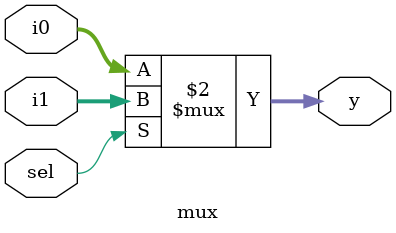
<source format=v>
module mux(
    input wire [31:0] i0,
    input wire [31:0] i1,
    input wire sel,
    output wire [31:0] y
);

    // Assignments
    assign y = (sel == 1'b1) ? i1 : i0;
endmodule
</source>
